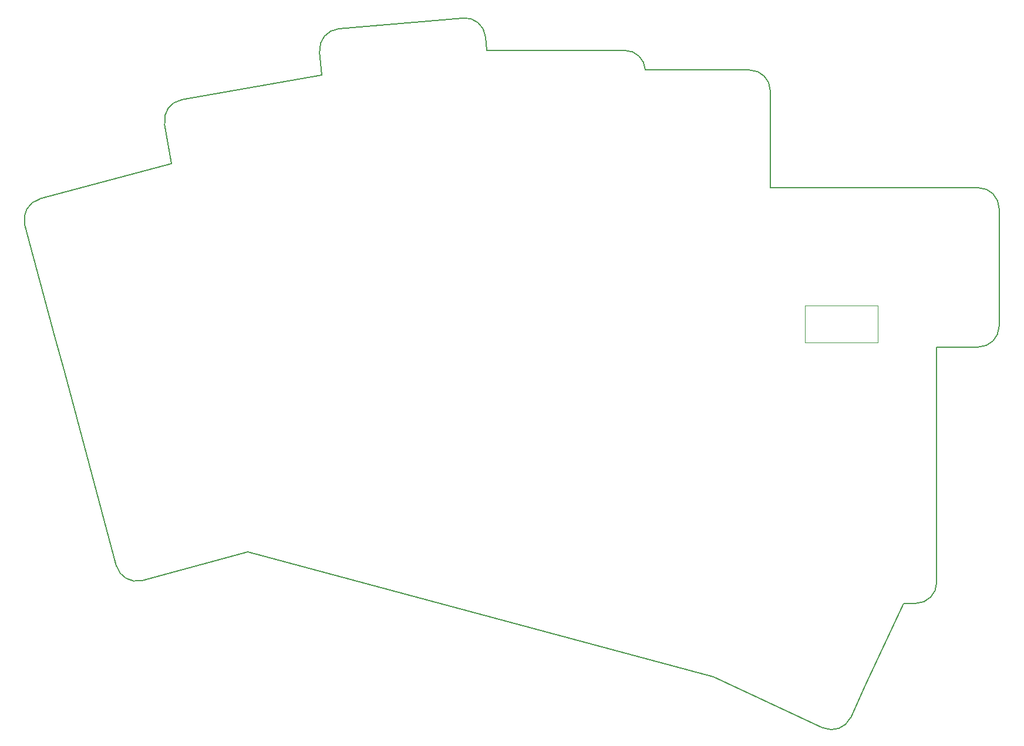
<source format=gbr>
%TF.GenerationSoftware,KiCad,Pcbnew,7.0.8-7.0.8~ubuntu23.04.1*%
%TF.CreationDate,2023-10-06T20:00:32+03:00*%
%TF.ProjectId,joyride,6a6f7972-6964-4652-9e6b-696361645f70,v1.0.0*%
%TF.SameCoordinates,Original*%
%TF.FileFunction,Profile,NP*%
%FSLAX46Y46*%
G04 Gerber Fmt 4.6, Leading zero omitted, Abs format (unit mm)*
G04 Created by KiCad (PCBNEW 7.0.8-7.0.8~ubuntu23.04.1) date 2023-10-06 20:00:32*
%MOMM*%
%LPD*%
G01*
G04 APERTURE LIST*
%TA.AperFunction,Profile*%
%ADD10C,0.150000*%
%TD*%
%TA.AperFunction,Profile*%
%ADD11C,0.120000*%
%TD*%
G04 APERTURE END LIST*
D10*
X89883163Y-114016779D02*
X105144494Y-109927518D01*
X105144494Y-109927518D02*
X172315298Y-127925881D01*
X172315298Y-127925881D02*
X188073797Y-135274189D01*
X188073797Y-135274189D02*
G75*
G03*
X192060574Y-133823120I1267854J2718923D01*
G01*
X194173666Y-129291582D02*
X192060575Y-133823121D01*
X194173666Y-129291582D02*
X199757394Y-117317239D01*
X201484033Y-117317239D02*
X199757394Y-117317239D01*
X201484033Y-117317239D02*
G75*
G03*
X204484033Y-114317239I0J3000000D01*
G01*
X204484033Y-114317239D02*
X204484033Y-80317239D01*
X210484033Y-80317239D02*
X204484033Y-80317239D01*
X210484033Y-80317239D02*
G75*
G03*
X213484033Y-77317239I0J3000000D01*
G01*
X213484033Y-77317239D02*
X213484033Y-60317239D01*
X213484033Y-60317239D02*
G75*
G03*
X210484033Y-57317239I-3000000J0D01*
G01*
X180484033Y-57317239D02*
X210484033Y-57317239D01*
X180484033Y-57317239D02*
X180484033Y-43317239D01*
X180484033Y-43317239D02*
G75*
G03*
X177484033Y-40317239I-3000000J0D01*
G01*
X162479400Y-40317239D02*
X177484033Y-40317239D01*
X162479400Y-40317239D02*
G75*
G03*
X159484033Y-37483906I-2995367J-166667D01*
G01*
X139595364Y-37483906D02*
X159484033Y-37483906D01*
X139595364Y-37483906D02*
X139424932Y-35535859D01*
X139424931Y-35535859D02*
G75*
G03*
X136174881Y-32808743I-2988583J-261467D01*
G01*
X136174881Y-32808742D02*
X118243376Y-34377546D01*
X118243376Y-34377547D02*
G75*
G03*
X115516261Y-37627598I261468J-2988583D01*
G01*
X115516259Y-37627597D02*
X115816680Y-41061424D01*
X95599832Y-44626200D02*
X115816680Y-41061424D01*
X95599832Y-44626201D02*
G75*
G03*
X93166354Y-48101567I520944J-2954422D01*
G01*
X93166353Y-48101567D02*
X94180751Y-53854502D01*
X75130477Y-58959007D02*
X94180751Y-53854502D01*
X75130477Y-58959007D02*
G75*
G03*
X73009156Y-62633242I776457J-2897778D01*
G01*
X73009157Y-62633242D02*
X77409081Y-79053981D01*
X77409281Y-79054729D02*
X78703176Y-83883610D01*
X78703176Y-83883610D02*
X86208928Y-111895459D01*
X86208928Y-111895459D02*
G75*
G03*
X89883163Y-114016780I2897778J776457D01*
G01*
D11*
%TO.C,RP2040Zero1*%
X195984033Y-74317239D02*
X185484033Y-74317239D01*
X195984033Y-74317239D02*
X195984033Y-79687239D01*
X185484033Y-79687239D02*
X185484033Y-74317239D01*
X185484033Y-79687239D02*
X195984033Y-79687239D01*
%TD*%
M02*

</source>
